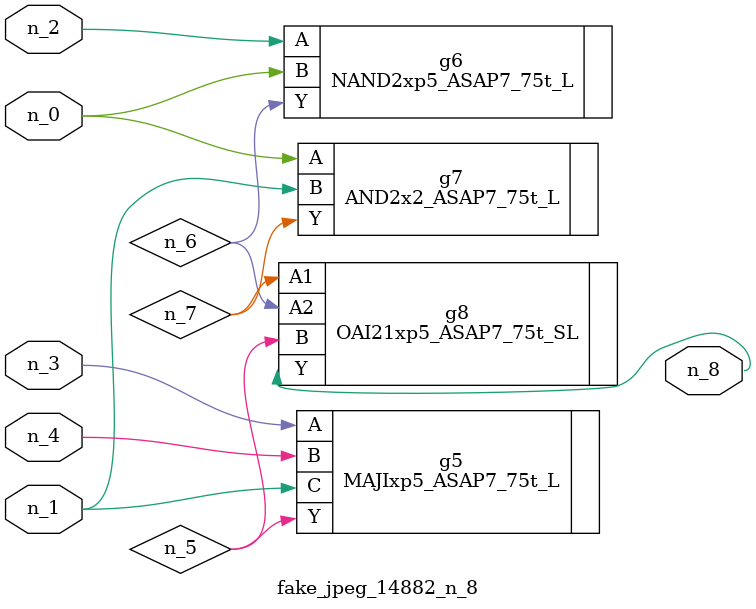
<source format=v>
module fake_jpeg_14882_n_8 (n_3, n_2, n_1, n_0, n_4, n_8);

input n_3;
input n_2;
input n_1;
input n_0;
input n_4;

output n_8;

wire n_6;
wire n_5;
wire n_7;

MAJIxp5_ASAP7_75t_L g5 ( 
.A(n_3),
.B(n_4),
.C(n_1),
.Y(n_5)
);

NAND2xp5_ASAP7_75t_L g6 ( 
.A(n_2),
.B(n_0),
.Y(n_6)
);

AND2x2_ASAP7_75t_L g7 ( 
.A(n_0),
.B(n_1),
.Y(n_7)
);

OAI21xp5_ASAP7_75t_SL g8 ( 
.A1(n_7),
.A2(n_6),
.B(n_5),
.Y(n_8)
);


endmodule
</source>
